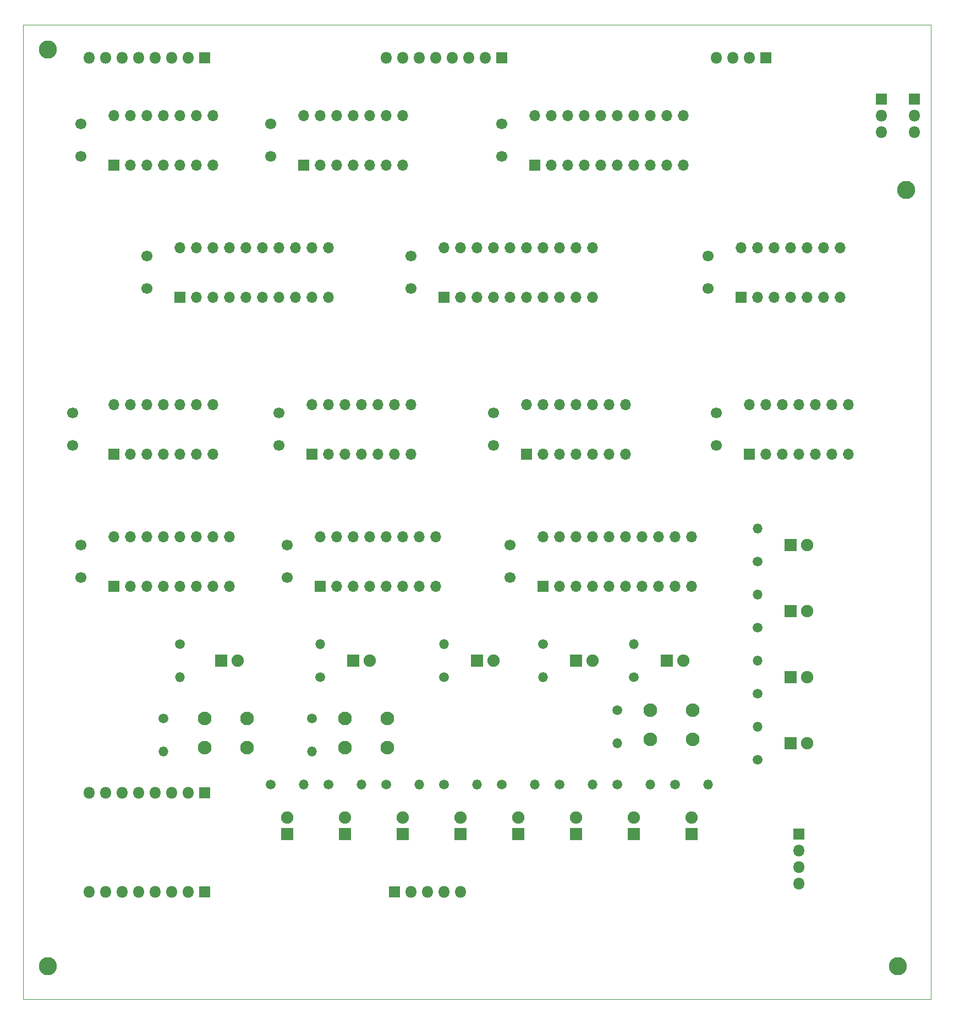
<source format=gbs>
%TF.GenerationSoftware,KiCad,Pcbnew,5.1.6-c6e7f7d~87~ubuntu16.04.1*%
%TF.CreationDate,2020-11-27T02:48:22-05:00*%
%TF.ProjectId,riscyalu,72697363-7961-46c7-952e-6b696361645f,rev?*%
%TF.SameCoordinates,Original*%
%TF.FileFunction,Soldermask,Bot*%
%TF.FilePolarity,Negative*%
%FSLAX46Y46*%
G04 Gerber Fmt 4.6, Leading zero omitted, Abs format (unit mm)*
G04 Created by KiCad (PCBNEW 5.1.6-c6e7f7d~87~ubuntu16.04.1) date 2020-11-27 02:48:22*
%MOMM*%
%LPD*%
G01*
G04 APERTURE LIST*
%TA.AperFunction,Profile*%
%ADD10C,0.100000*%
%TD*%
%ADD11C,2.800000*%
%ADD12C,2.100000*%
%ADD13O,1.500000X1.500000*%
%ADD14C,1.500000*%
%ADD15O,1.800000X1.800000*%
%ADD16R,1.800000X1.800000*%
%ADD17C,1.900000*%
%ADD18R,1.900000X1.900000*%
%ADD19O,1.700000X1.700000*%
%ADD20R,1.700000X1.700000*%
%ADD21C,1.700000*%
G04 APERTURE END LIST*
D10*
X149860000Y-10160000D02*
X149860000Y-160020000D01*
X10160000Y-10160000D02*
X149860000Y-10160000D01*
X10160000Y-160020000D02*
X10160000Y-10160000D01*
X149860000Y-160020000D02*
X10160000Y-160020000D01*
D11*
%TO.C,REF3*%
X13970000Y-154940000D03*
%TD*%
%TO.C,REF4*%
X144780000Y-154940000D03*
%TD*%
%TO.C,REF2*%
X146050000Y-35560000D03*
%TD*%
%TO.C,REF1*%
X13970000Y-13970000D03*
%TD*%
D12*
%TO.C,SW3*%
X113180000Y-115570000D03*
X113180000Y-120070000D03*
X106680000Y-115570000D03*
X106680000Y-120070000D03*
%TD*%
%TO.C,SW2*%
X66190000Y-116840000D03*
X66190000Y-121340000D03*
X59690000Y-116840000D03*
X59690000Y-121340000D03*
%TD*%
%TO.C,SW1*%
X44600000Y-116840000D03*
X44600000Y-121340000D03*
X38100000Y-116840000D03*
X38100000Y-121340000D03*
%TD*%
D13*
%TO.C,R21*%
X101600000Y-120650000D03*
D14*
X101600000Y-115570000D03*
%TD*%
D13*
%TO.C,R20*%
X54610000Y-121920000D03*
D14*
X54610000Y-116840000D03*
%TD*%
D13*
%TO.C,R19*%
X31750000Y-121920000D03*
D14*
X31750000Y-116840000D03*
%TD*%
D15*
%TO.C,J9*%
X147320000Y-26670000D03*
X147320000Y-24130000D03*
D16*
X147320000Y-21590000D03*
%TD*%
D13*
%TO.C,R18*%
X53340000Y-127000000D03*
D14*
X48260000Y-127000000D03*
%TD*%
D13*
%TO.C,R17*%
X62230000Y-127000000D03*
D14*
X57150000Y-127000000D03*
%TD*%
D13*
%TO.C,R16*%
X71120000Y-127000000D03*
D14*
X66040000Y-127000000D03*
%TD*%
D13*
%TO.C,R15*%
X80010000Y-127000000D03*
D14*
X74930000Y-127000000D03*
%TD*%
D13*
%TO.C,R14*%
X88900000Y-127000000D03*
D14*
X83820000Y-127000000D03*
%TD*%
D13*
%TO.C,R13*%
X97790000Y-127000000D03*
D14*
X92710000Y-127000000D03*
%TD*%
D13*
%TO.C,R12*%
X106680000Y-127000000D03*
D14*
X101600000Y-127000000D03*
%TD*%
D13*
%TO.C,R11*%
X115570000Y-127000000D03*
D14*
X110490000Y-127000000D03*
%TD*%
D17*
%TO.C,D18*%
X50800000Y-132080000D03*
D18*
X50800000Y-134620000D03*
%TD*%
D17*
%TO.C,D17*%
X59690000Y-132080000D03*
D18*
X59690000Y-134620000D03*
%TD*%
D17*
%TO.C,D16*%
X68580000Y-132080000D03*
D18*
X68580000Y-134620000D03*
%TD*%
D17*
%TO.C,D15*%
X77470000Y-132080000D03*
D18*
X77470000Y-134620000D03*
%TD*%
D17*
%TO.C,D14*%
X86360000Y-132080000D03*
D18*
X86360000Y-134620000D03*
%TD*%
D17*
%TO.C,D13*%
X95250000Y-132080000D03*
D18*
X95250000Y-134620000D03*
%TD*%
D17*
%TO.C,D12*%
X104140000Y-132080000D03*
D18*
X104140000Y-134620000D03*
%TD*%
D17*
%TO.C,D11*%
X113030000Y-132080000D03*
D18*
X113030000Y-134620000D03*
%TD*%
D19*
%TO.C,U13*%
X120650000Y-44450000D03*
X135890000Y-52070000D03*
X123190000Y-44450000D03*
X133350000Y-52070000D03*
X125730000Y-44450000D03*
X130810000Y-52070000D03*
X128270000Y-44450000D03*
X128270000Y-52070000D03*
X130810000Y-44450000D03*
X125730000Y-52070000D03*
X133350000Y-44450000D03*
X123190000Y-52070000D03*
X135890000Y-44450000D03*
D20*
X120650000Y-52070000D03*
%TD*%
D19*
%TO.C,U12*%
X74930000Y-44450000D03*
X97790000Y-52070000D03*
X77470000Y-44450000D03*
X95250000Y-52070000D03*
X80010000Y-44450000D03*
X92710000Y-52070000D03*
X82550000Y-44450000D03*
X90170000Y-52070000D03*
X85090000Y-44450000D03*
X87630000Y-52070000D03*
X87630000Y-44450000D03*
X85090000Y-52070000D03*
X90170000Y-44450000D03*
X82550000Y-52070000D03*
X92710000Y-44450000D03*
X80010000Y-52070000D03*
X95250000Y-44450000D03*
X77470000Y-52070000D03*
X97790000Y-44450000D03*
D20*
X74930000Y-52070000D03*
%TD*%
D19*
%TO.C,U11*%
X54610000Y-68580000D03*
X69850000Y-76200000D03*
X57150000Y-68580000D03*
X67310000Y-76200000D03*
X59690000Y-68580000D03*
X64770000Y-76200000D03*
X62230000Y-68580000D03*
X62230000Y-76200000D03*
X64770000Y-68580000D03*
X59690000Y-76200000D03*
X67310000Y-68580000D03*
X57150000Y-76200000D03*
X69850000Y-68580000D03*
D20*
X54610000Y-76200000D03*
%TD*%
D19*
%TO.C,U10*%
X24130000Y-68580000D03*
X39370000Y-76200000D03*
X26670000Y-68580000D03*
X36830000Y-76200000D03*
X29210000Y-68580000D03*
X34290000Y-76200000D03*
X31750000Y-68580000D03*
X31750000Y-76200000D03*
X34290000Y-68580000D03*
X29210000Y-76200000D03*
X36830000Y-68580000D03*
X26670000Y-76200000D03*
X39370000Y-68580000D03*
D20*
X24130000Y-76200000D03*
%TD*%
D19*
%TO.C,U9*%
X121920000Y-68580000D03*
X137160000Y-76200000D03*
X124460000Y-68580000D03*
X134620000Y-76200000D03*
X127000000Y-68580000D03*
X132080000Y-76200000D03*
X129540000Y-68580000D03*
X129540000Y-76200000D03*
X132080000Y-68580000D03*
X127000000Y-76200000D03*
X134620000Y-68580000D03*
X124460000Y-76200000D03*
X137160000Y-68580000D03*
D20*
X121920000Y-76200000D03*
%TD*%
D19*
%TO.C,U8*%
X87630000Y-68580000D03*
X102870000Y-76200000D03*
X90170000Y-68580000D03*
X100330000Y-76200000D03*
X92710000Y-68580000D03*
X97790000Y-76200000D03*
X95250000Y-68580000D03*
X95250000Y-76200000D03*
X97790000Y-68580000D03*
X92710000Y-76200000D03*
X100330000Y-68580000D03*
X90170000Y-76200000D03*
X102870000Y-68580000D03*
D20*
X87630000Y-76200000D03*
%TD*%
D19*
%TO.C,U7*%
X55880000Y-88900000D03*
X73660000Y-96520000D03*
X58420000Y-88900000D03*
X71120000Y-96520000D03*
X60960000Y-88900000D03*
X68580000Y-96520000D03*
X63500000Y-88900000D03*
X66040000Y-96520000D03*
X66040000Y-88900000D03*
X63500000Y-96520000D03*
X68580000Y-88900000D03*
X60960000Y-96520000D03*
X71120000Y-88900000D03*
X58420000Y-96520000D03*
X73660000Y-88900000D03*
D20*
X55880000Y-96520000D03*
%TD*%
D19*
%TO.C,U6*%
X24130000Y-88900000D03*
X41910000Y-96520000D03*
X26670000Y-88900000D03*
X39370000Y-96520000D03*
X29210000Y-88900000D03*
X36830000Y-96520000D03*
X31750000Y-88900000D03*
X34290000Y-96520000D03*
X34290000Y-88900000D03*
X31750000Y-96520000D03*
X36830000Y-88900000D03*
X29210000Y-96520000D03*
X39370000Y-88900000D03*
X26670000Y-96520000D03*
X41910000Y-88900000D03*
D20*
X24130000Y-96520000D03*
%TD*%
D19*
%TO.C,U5*%
X90170000Y-88900000D03*
X113030000Y-96520000D03*
X92710000Y-88900000D03*
X110490000Y-96520000D03*
X95250000Y-88900000D03*
X107950000Y-96520000D03*
X97790000Y-88900000D03*
X105410000Y-96520000D03*
X100330000Y-88900000D03*
X102870000Y-96520000D03*
X102870000Y-88900000D03*
X100330000Y-96520000D03*
X105410000Y-88900000D03*
X97790000Y-96520000D03*
X107950000Y-88900000D03*
X95250000Y-96520000D03*
X110490000Y-88900000D03*
X92710000Y-96520000D03*
X113030000Y-88900000D03*
D20*
X90170000Y-96520000D03*
%TD*%
D19*
%TO.C,U4*%
X88900000Y-24130000D03*
X111760000Y-31750000D03*
X91440000Y-24130000D03*
X109220000Y-31750000D03*
X93980000Y-24130000D03*
X106680000Y-31750000D03*
X96520000Y-24130000D03*
X104140000Y-31750000D03*
X99060000Y-24130000D03*
X101600000Y-31750000D03*
X101600000Y-24130000D03*
X99060000Y-31750000D03*
X104140000Y-24130000D03*
X96520000Y-31750000D03*
X106680000Y-24130000D03*
X93980000Y-31750000D03*
X109220000Y-24130000D03*
X91440000Y-31750000D03*
X111760000Y-24130000D03*
D20*
X88900000Y-31750000D03*
%TD*%
D19*
%TO.C,U3*%
X34290000Y-44450000D03*
X57150000Y-52070000D03*
X36830000Y-44450000D03*
X54610000Y-52070000D03*
X39370000Y-44450000D03*
X52070000Y-52070000D03*
X41910000Y-44450000D03*
X49530000Y-52070000D03*
X44450000Y-44450000D03*
X46990000Y-52070000D03*
X46990000Y-44450000D03*
X44450000Y-52070000D03*
X49530000Y-44450000D03*
X41910000Y-52070000D03*
X52070000Y-44450000D03*
X39370000Y-52070000D03*
X54610000Y-44450000D03*
X36830000Y-52070000D03*
X57150000Y-44450000D03*
D20*
X34290000Y-52070000D03*
%TD*%
D19*
%TO.C,U2*%
X53340000Y-24130000D03*
X68580000Y-31750000D03*
X55880000Y-24130000D03*
X66040000Y-31750000D03*
X58420000Y-24130000D03*
X63500000Y-31750000D03*
X60960000Y-24130000D03*
X60960000Y-31750000D03*
X63500000Y-24130000D03*
X58420000Y-31750000D03*
X66040000Y-24130000D03*
X55880000Y-31750000D03*
X68580000Y-24130000D03*
D20*
X53340000Y-31750000D03*
%TD*%
D19*
%TO.C,U1*%
X24130000Y-24130000D03*
X39370000Y-31750000D03*
X26670000Y-24130000D03*
X36830000Y-31750000D03*
X29210000Y-24130000D03*
X34290000Y-31750000D03*
X31750000Y-24130000D03*
X31750000Y-31750000D03*
X34290000Y-24130000D03*
X29210000Y-31750000D03*
X36830000Y-24130000D03*
X26670000Y-31750000D03*
X39370000Y-24130000D03*
D20*
X24130000Y-31750000D03*
%TD*%
D13*
%TO.C,R10*%
X123190000Y-118110000D03*
D14*
X123190000Y-123190000D03*
%TD*%
D13*
%TO.C,R9*%
X123190000Y-107950000D03*
D14*
X123190000Y-113030000D03*
%TD*%
D13*
%TO.C,R8*%
X123190000Y-97790000D03*
D14*
X123190000Y-102870000D03*
%TD*%
D13*
%TO.C,R7*%
X123190000Y-87630000D03*
D14*
X123190000Y-92710000D03*
%TD*%
D13*
%TO.C,R5*%
X74930000Y-105410000D03*
D14*
X74930000Y-110490000D03*
%TD*%
D13*
%TO.C,R4*%
X90170000Y-110490000D03*
D14*
X90170000Y-105410000D03*
%TD*%
D13*
%TO.C,R3*%
X104140000Y-105410000D03*
D14*
X104140000Y-110490000D03*
%TD*%
D13*
%TO.C,R2*%
X55880000Y-105410000D03*
D14*
X55880000Y-110490000D03*
%TD*%
D13*
%TO.C,R1*%
X34290000Y-110490000D03*
D14*
X34290000Y-105410000D03*
%TD*%
D15*
%TO.C,J8*%
X129540000Y-142240000D03*
X129540000Y-139700000D03*
X129540000Y-137160000D03*
D16*
X129540000Y-134620000D03*
%TD*%
D15*
%TO.C,J7*%
X77470000Y-143510000D03*
X74930000Y-143510000D03*
X72390000Y-143510000D03*
X69850000Y-143510000D03*
D16*
X67310000Y-143510000D03*
%TD*%
D15*
%TO.C,J6*%
X116840000Y-15240000D03*
X119380000Y-15240000D03*
X121920000Y-15240000D03*
D16*
X124460000Y-15240000D03*
%TD*%
D15*
%TO.C,J5*%
X66040000Y-15240000D03*
X68580000Y-15240000D03*
X71120000Y-15240000D03*
X73660000Y-15240000D03*
X76200000Y-15240000D03*
X78740000Y-15240000D03*
X81280000Y-15240000D03*
D16*
X83820000Y-15240000D03*
%TD*%
D15*
%TO.C,J4*%
X20320000Y-15240000D03*
X22860000Y-15240000D03*
X25400000Y-15240000D03*
X27940000Y-15240000D03*
X30480000Y-15240000D03*
X33020000Y-15240000D03*
X35560000Y-15240000D03*
D16*
X38100000Y-15240000D03*
%TD*%
D15*
%TO.C,J3*%
X20320000Y-143510000D03*
X22860000Y-143510000D03*
X25400000Y-143510000D03*
X27940000Y-143510000D03*
X30480000Y-143510000D03*
X33020000Y-143510000D03*
X35560000Y-143510000D03*
D16*
X38100000Y-143510000D03*
%TD*%
D15*
%TO.C,J2*%
X20320000Y-128270000D03*
X22860000Y-128270000D03*
X25400000Y-128270000D03*
X27940000Y-128270000D03*
X30480000Y-128270000D03*
X33020000Y-128270000D03*
X35560000Y-128270000D03*
D16*
X38100000Y-128270000D03*
%TD*%
D15*
%TO.C,J1*%
X142240000Y-26670000D03*
X142240000Y-24130000D03*
D16*
X142240000Y-21590000D03*
%TD*%
D17*
%TO.C,D10*%
X130810000Y-120650000D03*
D18*
X128270000Y-120650000D03*
%TD*%
D17*
%TO.C,D9*%
X130810000Y-110490000D03*
D18*
X128270000Y-110490000D03*
%TD*%
D17*
%TO.C,D8*%
X130810000Y-100330000D03*
D18*
X128270000Y-100330000D03*
%TD*%
D17*
%TO.C,D7*%
X130810000Y-90170000D03*
D18*
X128270000Y-90170000D03*
%TD*%
D17*
%TO.C,D5*%
X82550000Y-107950000D03*
D18*
X80010000Y-107950000D03*
%TD*%
D17*
%TO.C,D4*%
X97790000Y-107950000D03*
D18*
X95250000Y-107950000D03*
%TD*%
D17*
%TO.C,D3*%
X111760000Y-107950000D03*
D18*
X109220000Y-107950000D03*
%TD*%
D17*
%TO.C,D2*%
X63500000Y-107950000D03*
D18*
X60960000Y-107950000D03*
%TD*%
D17*
%TO.C,D1*%
X43180000Y-107950000D03*
D18*
X40640000Y-107950000D03*
%TD*%
D21*
%TO.C,C13*%
X115570000Y-50720000D03*
X115570000Y-45720000D03*
%TD*%
%TO.C,C12*%
X69850000Y-50720000D03*
X69850000Y-45720000D03*
%TD*%
%TO.C,C11*%
X49530000Y-74850000D03*
X49530000Y-69850000D03*
%TD*%
%TO.C,C10*%
X17780000Y-74850000D03*
X17780000Y-69850000D03*
%TD*%
%TO.C,C9*%
X116840000Y-74850000D03*
X116840000Y-69850000D03*
%TD*%
%TO.C,C8*%
X82550000Y-74850000D03*
X82550000Y-69850000D03*
%TD*%
%TO.C,C7*%
X50800000Y-95170000D03*
X50800000Y-90170000D03*
%TD*%
%TO.C,C6*%
X19050000Y-95170000D03*
X19050000Y-90170000D03*
%TD*%
%TO.C,C5*%
X85090000Y-95170000D03*
X85090000Y-90170000D03*
%TD*%
%TO.C,C4*%
X83820000Y-30400000D03*
X83820000Y-25400000D03*
%TD*%
%TO.C,C3*%
X29210000Y-50720000D03*
X29210000Y-45720000D03*
%TD*%
%TO.C,C2*%
X48260000Y-30400000D03*
X48260000Y-25400000D03*
%TD*%
%TO.C,C1*%
X19050000Y-30400000D03*
X19050000Y-25400000D03*
%TD*%
M02*

</source>
